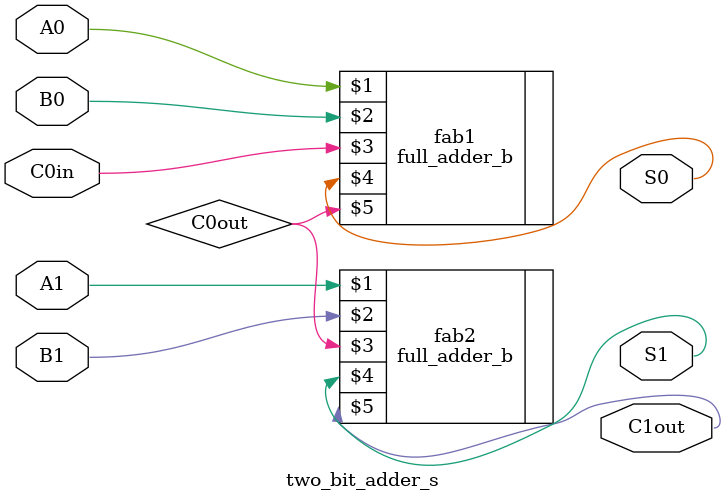
<source format=sv>
`timescale 1ns / 1ps


module two_bit_adder_s( input logic A0, B0, C0in, A1, B1, output logic S0, S1, C1out);
    logic C0out;
	
	full_adder_b fab1( A0, B0, C0in, S0, C0out);
    full_adder_b fab2( A1, B1, C0out, S1, C1out);

endmodule
</source>
